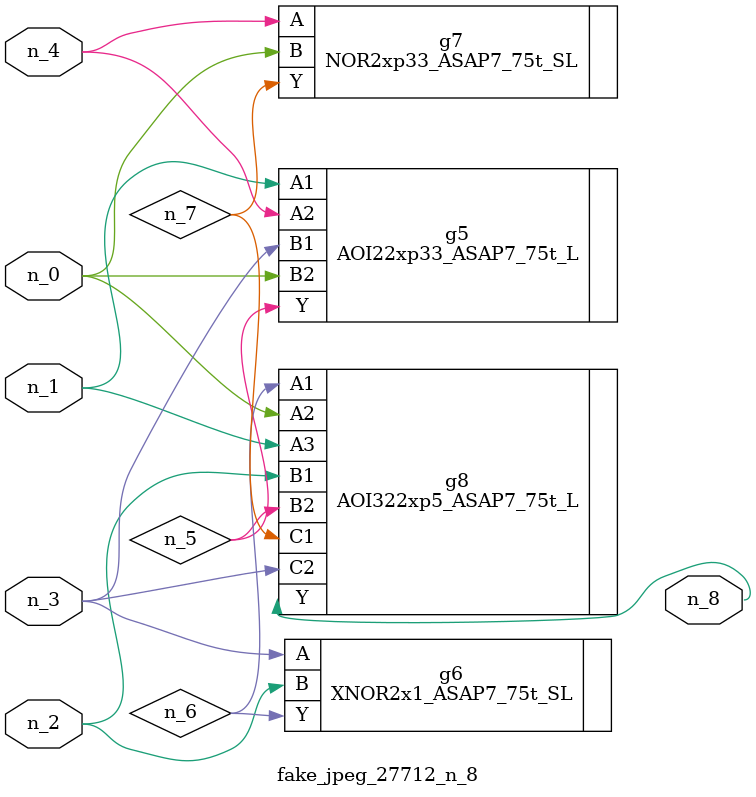
<source format=v>
module fake_jpeg_27712_n_8 (n_3, n_2, n_1, n_0, n_4, n_8);

input n_3;
input n_2;
input n_1;
input n_0;
input n_4;

output n_8;

wire n_6;
wire n_5;
wire n_7;

AOI22xp33_ASAP7_75t_L g5 ( 
.A1(n_1),
.A2(n_4),
.B1(n_3),
.B2(n_0),
.Y(n_5)
);

XNOR2x1_ASAP7_75t_SL g6 ( 
.A(n_3),
.B(n_2),
.Y(n_6)
);

NOR2xp33_ASAP7_75t_SL g7 ( 
.A(n_4),
.B(n_0),
.Y(n_7)
);

AOI322xp5_ASAP7_75t_L g8 ( 
.A1(n_6),
.A2(n_0),
.A3(n_1),
.B1(n_2),
.B2(n_5),
.C1(n_7),
.C2(n_3),
.Y(n_8)
);


endmodule
</source>
